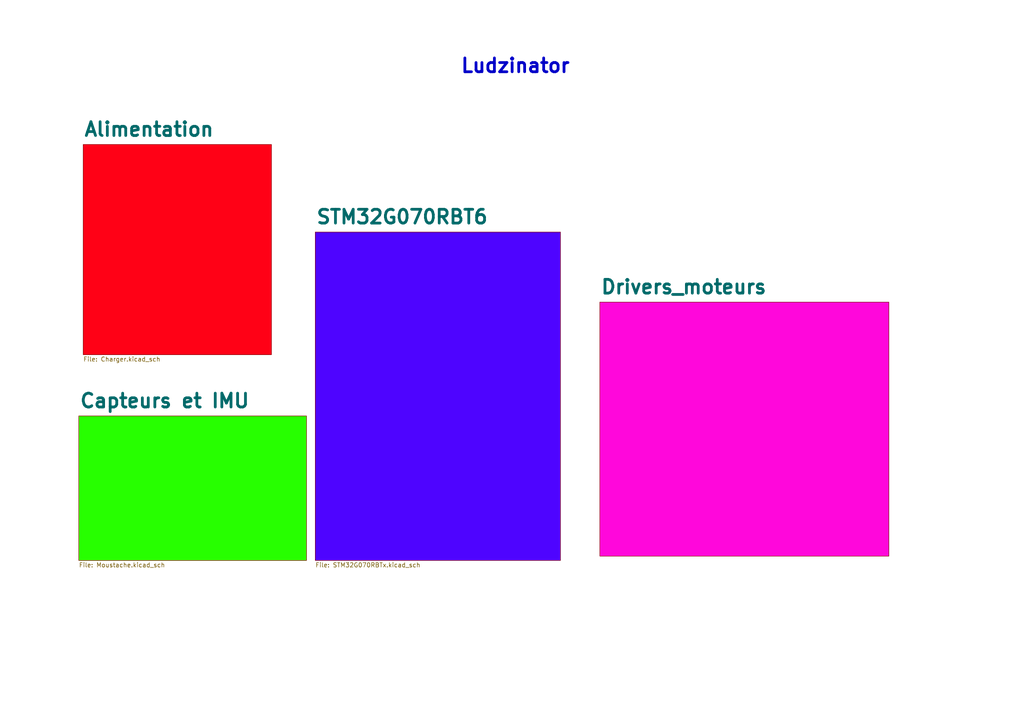
<source format=kicad_sch>
(kicad_sch (version 20230121) (generator eeschema)
  (paper "A4")
  (title_block (title "Carte éléctronique Ludzinator") (date "2023-09-19") (rev "GILLES Baptiste"))
  (lib_symbols)
  (text "Ludzinator" (at 133.35 21.59 0) (effects (font (size 4 4) (thickness 0.8) bold) (justify left bottom)))
  (sheet (at 173.99 87.63) (size 83.82 73.66) (stroke (width 0.1524)) (fill (color 255 7 219 1.0000))
    (property "Sheetname" "Drivers_moteurs" (at 173.99 85.5534 0) (effects (font (size 4 4) bold) (justify left bottom)))
    (property "Sheetfile" "MoteurProjet_sch.kicad_sch" (effects hide))
  )
  (sheet (at 91.44 67.31) (size 71.12 95.25) (stroke (width 0.1524)) (fill (color 78 4 255 1.0000))
    (property "Sheetname" "STM32G070RBT6" (at 91.44 65.2334 0) (effects (font (size 4 4) bold) (justify left bottom)))
    (property "Sheetfile" "STM32G070RBTx.kicad_sch" (at 91.44 163.1446 0) (effects (justify left top)))
  )
  (sheet (at 24.13 41.91) (size 54.61 60.96) (stroke (width 0.1524)) (fill (color 255 1 22 1.0000))
    (property "Sheetname" "Alimentation" (at 24.13 39.8334 0) (effects (font (size 4 4) bold) (justify left bottom)))
    (property "Sheetfile" "Charger.kicad_sch" (at 24.13 103.4546 0) (effects (justify left top)))
  )
  (sheet (at 22.86 120.65) (size 66.04 41.91) (stroke (width 0.1524)) (fill (color 39 255 0 1.0000))
    (property "Sheetname" "Capteurs et IMU" (at 22.86 118.5734 0) (effects (font (size 4 4) bold) (justify left bottom)))
    (property "Sheetfile" "Moustache.kicad_sch" (at 22.86 163.1446 0) (effects (justify left top)))
  )
)
</source>
